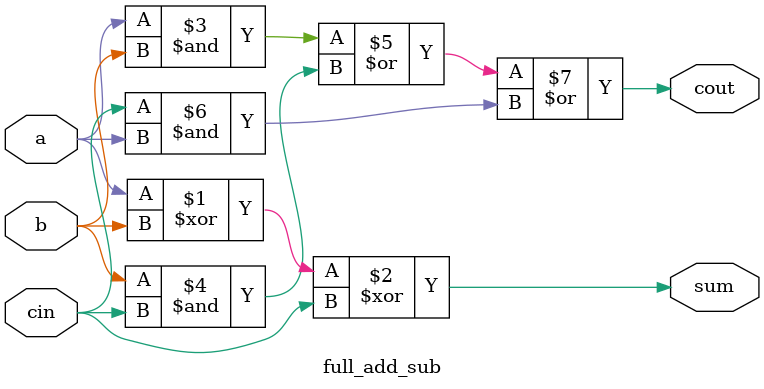
<source format=v>
`timescale 1ns / 1ps
module full_add_sub(a, b, cin, sum, cout
);
input a;
input b;
input cin;
output sum;
wire sum;
output cout;
wire cout;
assign sum = a^b^cin;
assign cout = (a & b) | (b & cin) | (cin & a);
endmodule

</source>
